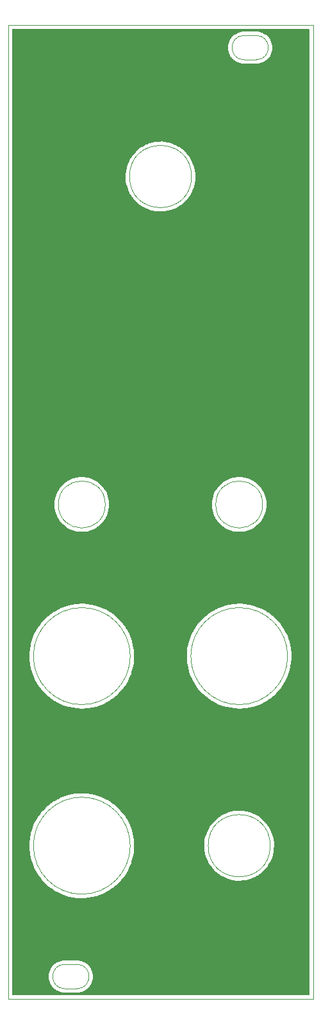
<source format=gbr>
%TF.GenerationSoftware,KiCad,Pcbnew,(6.0.1)*%
%TF.CreationDate,2023-06-21T18:59:19+02:00*%
%TF.ProjectId,front,66726f6e-742e-46b6-9963-61645f706362,rev?*%
%TF.SameCoordinates,Original*%
%TF.FileFunction,Copper,L2,Bot*%
%TF.FilePolarity,Positive*%
%FSLAX46Y46*%
G04 Gerber Fmt 4.6, Leading zero omitted, Abs format (unit mm)*
G04 Created by KiCad (PCBNEW (6.0.1)) date 2023-06-21 18:59:19*
%MOMM*%
%LPD*%
G01*
G04 APERTURE LIST*
%TA.AperFunction,Profile*%
%ADD10C,0.100000*%
%TD*%
G04 APERTURE END LIST*
D10*
X52700000Y-40000000D02*
X93000000Y-40000000D01*
X61800000Y-167103121D02*
G75*
G03*
X61800000Y-163896879I0J1603121D01*
G01*
X60200000Y-163896879D02*
G75*
G03*
X60200000Y-167103121I0J-1603121D01*
G01*
X87350000Y-148250000D02*
G75*
G03*
X87350000Y-148250000I-4100000J0D01*
G01*
X89650000Y-123250000D02*
G75*
G03*
X89650000Y-123250000I-6400000J0D01*
G01*
X83900000Y-41399219D02*
G75*
G03*
X83900000Y-44600781I0J-1600781D01*
G01*
X85500000Y-41399219D02*
X83900000Y-41399219D01*
X93000000Y-168500000D02*
X52700000Y-168500000D01*
X85500000Y-44600781D02*
X83900000Y-44600781D01*
X93000000Y-40000000D02*
X93000000Y-168500000D01*
X52700000Y-168500000D02*
X52700000Y-40000000D01*
X60200000Y-163896879D02*
X61800000Y-163896879D01*
X68850000Y-148250000D02*
G75*
G03*
X68850000Y-148250000I-6400000J0D01*
G01*
X68850000Y-123250000D02*
G75*
G03*
X68850000Y-123250000I-6400000J0D01*
G01*
X76950000Y-60000000D02*
G75*
G03*
X76950000Y-60000000I-4100000J0D01*
G01*
X60200000Y-167103121D02*
X61800000Y-167103121D01*
X85500000Y-44600781D02*
G75*
G03*
X85500000Y-41399219I0J1600781D01*
G01*
X86350000Y-103250000D02*
G75*
G03*
X86350000Y-103250000I-3100000J0D01*
G01*
X65550000Y-103250000D02*
G75*
G03*
X65550000Y-103250000I-3100000J0D01*
G01*
%TA.AperFunction,NonConductor*%
G36*
X92434121Y-40528002D02*
G01*
X92480614Y-40581658D01*
X92492000Y-40634000D01*
X92492000Y-167866000D01*
X92471998Y-167934121D01*
X92418342Y-167980614D01*
X92366000Y-167992000D01*
X53334000Y-167992000D01*
X53265879Y-167971998D01*
X53219386Y-167918342D01*
X53208000Y-167866000D01*
X53208000Y-165500000D01*
X58084349Y-165500000D01*
X58102449Y-165776148D01*
X58103253Y-165780188D01*
X58103253Y-165780191D01*
X58107133Y-165799694D01*
X58156438Y-166047571D01*
X58245393Y-166309625D01*
X58367792Y-166557826D01*
X58521541Y-166787927D01*
X58524255Y-166791021D01*
X58524259Y-166791027D01*
X58701300Y-166992902D01*
X58704009Y-166995991D01*
X58707098Y-166998700D01*
X58908973Y-167175741D01*
X58908979Y-167175745D01*
X58912073Y-167178459D01*
X58915499Y-167180748D01*
X58915504Y-167180752D01*
X59086809Y-167295214D01*
X59142175Y-167332208D01*
X59145874Y-167334032D01*
X59145879Y-167334035D01*
X59273074Y-167396761D01*
X59390375Y-167454607D01*
X59394280Y-167455932D01*
X59394281Y-167455933D01*
X59648522Y-167542236D01*
X59648525Y-167542237D01*
X59652429Y-167543562D01*
X59656468Y-167544365D01*
X59656474Y-167544367D01*
X59919809Y-167596747D01*
X59919812Y-167596747D01*
X59923852Y-167597551D01*
X59927963Y-167597820D01*
X59927967Y-167597821D01*
X60167821Y-167613542D01*
X60180475Y-167615017D01*
X60187461Y-167616192D01*
X60193959Y-167616271D01*
X60195141Y-167616286D01*
X60195145Y-167616286D01*
X60200000Y-167616345D01*
X60227588Y-167612394D01*
X60245451Y-167611121D01*
X61746793Y-167611121D01*
X61767697Y-167612867D01*
X61787461Y-167616192D01*
X61793819Y-167616270D01*
X61795142Y-167616286D01*
X61795146Y-167616286D01*
X61800000Y-167616345D01*
X61804810Y-167615656D01*
X61805485Y-167615612D01*
X61813768Y-167614748D01*
X61878907Y-167610479D01*
X62072033Y-167597821D01*
X62072037Y-167597820D01*
X62076148Y-167597551D01*
X62080188Y-167596747D01*
X62080191Y-167596747D01*
X62343526Y-167544367D01*
X62343532Y-167544365D01*
X62347571Y-167543562D01*
X62351475Y-167542237D01*
X62351478Y-167542236D01*
X62605719Y-167455933D01*
X62605720Y-167455932D01*
X62609625Y-167454607D01*
X62727059Y-167396695D01*
X62854122Y-167334035D01*
X62854127Y-167334032D01*
X62857826Y-167332208D01*
X62911237Y-167296520D01*
X63084496Y-167180752D01*
X63084501Y-167180748D01*
X63087927Y-167178459D01*
X63091021Y-167175745D01*
X63091027Y-167175741D01*
X63292902Y-166998700D01*
X63295991Y-166995991D01*
X63298700Y-166992902D01*
X63475741Y-166791027D01*
X63475745Y-166791021D01*
X63478459Y-166787927D01*
X63632208Y-166557826D01*
X63754607Y-166309625D01*
X63843562Y-166047571D01*
X63892868Y-165799694D01*
X63896747Y-165780191D01*
X63896747Y-165780188D01*
X63897551Y-165776148D01*
X63915651Y-165500000D01*
X63897551Y-165223852D01*
X63896747Y-165219809D01*
X63844367Y-164956474D01*
X63844365Y-164956468D01*
X63843562Y-164952429D01*
X63754607Y-164690375D01*
X63694706Y-164568909D01*
X63634035Y-164445879D01*
X63634032Y-164445874D01*
X63632208Y-164442175D01*
X63478459Y-164212073D01*
X63475745Y-164208979D01*
X63475741Y-164208973D01*
X63298700Y-164007098D01*
X63295991Y-164004009D01*
X63292902Y-164001300D01*
X63091027Y-163824259D01*
X63091021Y-163824255D01*
X63087927Y-163821541D01*
X63084501Y-163819252D01*
X63084496Y-163819248D01*
X62861259Y-163670086D01*
X62857826Y-163667792D01*
X62854127Y-163665968D01*
X62854122Y-163665965D01*
X62727059Y-163603305D01*
X62609625Y-163545393D01*
X62605719Y-163544067D01*
X62351478Y-163457764D01*
X62351475Y-163457763D01*
X62347571Y-163456438D01*
X62343532Y-163455635D01*
X62343526Y-163455633D01*
X62080191Y-163403253D01*
X62080188Y-163403253D01*
X62076148Y-163402449D01*
X62072037Y-163402180D01*
X62072033Y-163402179D01*
X61832179Y-163386458D01*
X61819525Y-163384983D01*
X61812539Y-163383808D01*
X61806041Y-163383729D01*
X61804859Y-163383714D01*
X61804855Y-163383714D01*
X61800000Y-163383655D01*
X61775715Y-163387133D01*
X61772412Y-163387606D01*
X61754549Y-163388879D01*
X60253207Y-163388879D01*
X60232303Y-163387133D01*
X60219523Y-163384983D01*
X60212539Y-163383808D01*
X60206181Y-163383730D01*
X60204858Y-163383714D01*
X60204854Y-163383714D01*
X60200000Y-163383655D01*
X60195190Y-163384344D01*
X60194515Y-163384388D01*
X60186232Y-163385252D01*
X60130890Y-163388879D01*
X59927967Y-163402179D01*
X59927963Y-163402180D01*
X59923852Y-163402449D01*
X59919812Y-163403253D01*
X59919809Y-163403253D01*
X59656474Y-163455633D01*
X59656468Y-163455635D01*
X59652429Y-163456438D01*
X59648525Y-163457763D01*
X59648522Y-163457764D01*
X59394281Y-163544067D01*
X59390375Y-163545393D01*
X59273074Y-163603239D01*
X59145879Y-163665965D01*
X59145874Y-163665968D01*
X59142175Y-163667792D01*
X59138742Y-163670086D01*
X58915504Y-163819248D01*
X58915499Y-163819252D01*
X58912073Y-163821541D01*
X58908979Y-163824255D01*
X58908973Y-163824259D01*
X58707098Y-164001300D01*
X58704009Y-164004009D01*
X58701300Y-164007098D01*
X58524259Y-164208973D01*
X58524255Y-164208979D01*
X58521541Y-164212073D01*
X58367792Y-164442175D01*
X58365968Y-164445874D01*
X58365965Y-164445879D01*
X58305294Y-164568909D01*
X58245393Y-164690375D01*
X58156438Y-164952429D01*
X58155635Y-164956468D01*
X58155633Y-164956474D01*
X58103253Y-165219809D01*
X58102449Y-165223852D01*
X58084349Y-165500000D01*
X53208000Y-165500000D01*
X53208000Y-148322390D01*
X55537545Y-148322390D01*
X55561410Y-148828451D01*
X55561688Y-148830751D01*
X55561689Y-148830759D01*
X55596532Y-149118686D01*
X55622274Y-149331405D01*
X55719811Y-149828552D01*
X55720422Y-149830785D01*
X55720424Y-149830794D01*
X55796532Y-150108998D01*
X55853495Y-150317219D01*
X55869007Y-150361024D01*
X56015910Y-150775866D01*
X56022609Y-150794784D01*
X56023535Y-150796893D01*
X56225313Y-151256556D01*
X56225320Y-151256570D01*
X56226246Y-151258680D01*
X56227328Y-151260723D01*
X56462225Y-151704369D01*
X56462233Y-151704382D01*
X56463310Y-151706417D01*
X56732529Y-152135589D01*
X57032457Y-152543891D01*
X57167107Y-152701546D01*
X57304840Y-152862810D01*
X57361483Y-152929131D01*
X57717839Y-153289239D01*
X58099613Y-153622281D01*
X58504752Y-153926468D01*
X58506703Y-153927721D01*
X58506708Y-153927724D01*
X58834313Y-154138043D01*
X58931081Y-154200167D01*
X58933111Y-154201269D01*
X59374288Y-154440809D01*
X59374297Y-154440813D01*
X59376311Y-154441907D01*
X59378404Y-154442852D01*
X59378406Y-154442853D01*
X59835937Y-154649437D01*
X59835951Y-154649443D01*
X59838049Y-154650390D01*
X60313817Y-154824496D01*
X60316044Y-154825130D01*
X60316049Y-154825132D01*
X60798835Y-154962657D01*
X60798841Y-154962658D01*
X60801058Y-154963290D01*
X60803319Y-154963758D01*
X60803318Y-154963758D01*
X61294903Y-155065561D01*
X61294913Y-155065563D01*
X61297155Y-155066027D01*
X61799445Y-155132155D01*
X62046615Y-155146407D01*
X62302932Y-155161186D01*
X62302944Y-155161186D01*
X62305229Y-155161318D01*
X62307529Y-155161282D01*
X62307535Y-155161282D01*
X62809458Y-155153397D01*
X62809468Y-155153396D01*
X62811790Y-155153360D01*
X62848876Y-155150050D01*
X63314105Y-155108530D01*
X63314117Y-155108528D01*
X63316408Y-155108324D01*
X63816372Y-155026452D01*
X64308998Y-154908183D01*
X64311196Y-154907481D01*
X64311205Y-154907479D01*
X64573719Y-154823700D01*
X64791639Y-154754153D01*
X64793786Y-154753290D01*
X65259564Y-154566048D01*
X65259567Y-154566047D01*
X65261703Y-154565188D01*
X65716665Y-154342304D01*
X66066217Y-154138043D01*
X66152087Y-154087865D01*
X66152091Y-154087862D01*
X66154082Y-154086699D01*
X66385392Y-153927724D01*
X66569701Y-153801052D01*
X66569703Y-153801051D01*
X66571604Y-153799744D01*
X66966988Y-153482981D01*
X67338112Y-153138112D01*
X67682981Y-152766988D01*
X67999744Y-152371604D01*
X68108293Y-152213665D01*
X68285391Y-151955985D01*
X68286699Y-151954082D01*
X68292760Y-151943711D01*
X68541144Y-151518650D01*
X68542304Y-151516665D01*
X68765188Y-151061703D01*
X68954153Y-150591639D01*
X69031168Y-150350318D01*
X69107479Y-150111205D01*
X69107481Y-150111196D01*
X69108183Y-150108998D01*
X69226452Y-149616372D01*
X69308324Y-149116408D01*
X69353360Y-148611790D01*
X69358618Y-148410989D01*
X78639888Y-148410989D01*
X78640117Y-148413834D01*
X78640117Y-148413837D01*
X78668533Y-148767012D01*
X78673452Y-148828152D01*
X78744687Y-149240557D01*
X78853006Y-149644809D01*
X78853991Y-149647486D01*
X78976564Y-149980629D01*
X78997517Y-150037579D01*
X78998742Y-150040159D01*
X78998745Y-150040166D01*
X79148701Y-150355971D01*
X79177032Y-150415636D01*
X79281120Y-150591639D01*
X79356594Y-150719259D01*
X79390071Y-150775866D01*
X79634883Y-151115306D01*
X79909452Y-151431161D01*
X79911509Y-151433134D01*
X79911517Y-151433142D01*
X80118107Y-151631254D01*
X80211517Y-151720831D01*
X80213735Y-151722601D01*
X80213740Y-151722606D01*
X80488427Y-151941886D01*
X80538592Y-151981932D01*
X80540955Y-151983490D01*
X80540959Y-151983493D01*
X80771625Y-152135589D01*
X80887986Y-152212315D01*
X81256822Y-152410083D01*
X81642064Y-152573609D01*
X81644773Y-152574479D01*
X81644779Y-152574481D01*
X82037822Y-152700673D01*
X82037828Y-152700675D01*
X82040542Y-152701546D01*
X82043315Y-152702166D01*
X82043323Y-152702168D01*
X82446192Y-152792219D01*
X82448975Y-152792841D01*
X82864001Y-152846744D01*
X83282204Y-152862810D01*
X83285066Y-152862660D01*
X83285067Y-152862660D01*
X83697285Y-152841056D01*
X83697291Y-152841055D01*
X83700142Y-152840906D01*
X83702961Y-152840500D01*
X83702969Y-152840499D01*
X84111553Y-152781621D01*
X84111560Y-152781620D01*
X84114375Y-152781214D01*
X84521494Y-152684225D01*
X84524192Y-152683317D01*
X84524199Y-152683315D01*
X84915434Y-152551650D01*
X84915440Y-152551648D01*
X84918146Y-152550737D01*
X85301067Y-152381848D01*
X85606914Y-152212315D01*
X85664604Y-152180337D01*
X85664606Y-152180336D01*
X85667106Y-152178950D01*
X85959612Y-151980163D01*
X86010876Y-151945324D01*
X86010880Y-151945321D01*
X86013249Y-151943711D01*
X86336647Y-151678069D01*
X86634639Y-151384210D01*
X86827500Y-151155989D01*
X86902924Y-151066737D01*
X86902929Y-151066731D01*
X86904770Y-151064552D01*
X87006424Y-150919376D01*
X87143184Y-150724062D01*
X87144819Y-150721727D01*
X87352808Y-150358557D01*
X87353992Y-150355971D01*
X87525838Y-149980629D01*
X87525841Y-149980620D01*
X87527027Y-149978031D01*
X87666040Y-149583281D01*
X87729202Y-149333668D01*
X87768001Y-149180336D01*
X87768002Y-149180332D01*
X87768704Y-149177557D01*
X87834174Y-148764197D01*
X87861910Y-148346606D01*
X87862922Y-148250000D01*
X87843937Y-147831919D01*
X87841435Y-147813649D01*
X87787525Y-147420106D01*
X87787138Y-147417279D01*
X87692994Y-147009494D01*
X87627571Y-146810507D01*
X87563173Y-146614641D01*
X87563173Y-146614640D01*
X87562278Y-146611919D01*
X87561147Y-146609305D01*
X87561143Y-146609295D01*
X87458104Y-146371188D01*
X87396067Y-146227828D01*
X87270272Y-145997103D01*
X87197099Y-145862894D01*
X87197095Y-145862887D01*
X87195729Y-145860382D01*
X87008447Y-145580624D01*
X86964504Y-145514982D01*
X86964496Y-145514971D01*
X86962912Y-145512605D01*
X86699534Y-145187360D01*
X86652737Y-145139237D01*
X86409752Y-144889371D01*
X86409748Y-144889367D01*
X86407762Y-144887325D01*
X86405604Y-144885475D01*
X86405594Y-144885466D01*
X86231785Y-144736494D01*
X86089998Y-144614968D01*
X85748858Y-144372532D01*
X85416888Y-144179321D01*
X85389621Y-144163451D01*
X85389616Y-144163448D01*
X85387148Y-144162012D01*
X85384562Y-144160806D01*
X85384556Y-144160803D01*
X85010444Y-143986351D01*
X85010434Y-143986347D01*
X85007848Y-143985141D01*
X84884864Y-143940864D01*
X84616768Y-143844343D01*
X84616759Y-143844340D01*
X84614078Y-143843375D01*
X84345958Y-143773535D01*
X84211849Y-143738602D01*
X84211843Y-143738601D01*
X84209080Y-143737881D01*
X83796188Y-143669528D01*
X83793345Y-143669319D01*
X83793343Y-143669319D01*
X83381646Y-143639086D01*
X83378800Y-143638877D01*
X83205425Y-143641903D01*
X82963203Y-143646131D01*
X82963198Y-143646131D01*
X82960352Y-143646181D01*
X82957519Y-143646489D01*
X82957515Y-143646489D01*
X82663209Y-143678461D01*
X82544288Y-143691380D01*
X82134033Y-143774101D01*
X82131300Y-143774916D01*
X82131295Y-143774917D01*
X81904077Y-143842654D01*
X81732964Y-143893665D01*
X81730303Y-143894729D01*
X81730301Y-143894730D01*
X81501232Y-143986351D01*
X81344381Y-144049087D01*
X81302342Y-144070507D01*
X80974028Y-144237792D01*
X80974023Y-144237795D01*
X80971485Y-144239088D01*
X80617343Y-144462103D01*
X80284871Y-144716297D01*
X79976806Y-144999577D01*
X79695683Y-145309613D01*
X79693959Y-145311901D01*
X79693958Y-145311902D01*
X79669762Y-145344011D01*
X79443816Y-145643851D01*
X79223279Y-145999541D01*
X79035886Y-146373756D01*
X78883181Y-146763413D01*
X78766420Y-147165308D01*
X78686564Y-147576130D01*
X78644271Y-147992500D01*
X78641574Y-148250000D01*
X78639888Y-148410989D01*
X69358618Y-148410989D01*
X69362834Y-148250000D01*
X69344269Y-147743717D01*
X69296336Y-147309541D01*
X69288929Y-147242451D01*
X69288928Y-147242446D01*
X69288675Y-147240152D01*
X69246442Y-147012283D01*
X69196771Y-146744277D01*
X69196770Y-146744271D01*
X69196351Y-146742012D01*
X69161534Y-146609295D01*
X69068375Y-146254196D01*
X69068373Y-146254189D01*
X69067791Y-146251971D01*
X69060424Y-146230452D01*
X68904435Y-145774846D01*
X68904433Y-145774840D01*
X68903687Y-145772662D01*
X68732926Y-145372320D01*
X68705825Y-145308782D01*
X68705825Y-145308781D01*
X68704919Y-145306658D01*
X68643345Y-145187360D01*
X68473618Y-144858521D01*
X68473614Y-144858515D01*
X68472556Y-144856464D01*
X68246143Y-144486991D01*
X68209040Y-144426444D01*
X68209037Y-144426439D01*
X68207846Y-144424496D01*
X67912210Y-144013075D01*
X67587237Y-143624411D01*
X67281984Y-143309414D01*
X67236276Y-143262247D01*
X67236273Y-143262244D01*
X67234671Y-143260591D01*
X66856406Y-142923570D01*
X66559774Y-142695956D01*
X66456317Y-142616570D01*
X66456310Y-142616565D01*
X66454475Y-142615157D01*
X66088617Y-142374833D01*
X66032963Y-142338275D01*
X66032954Y-142338270D01*
X66031035Y-142337009D01*
X65588361Y-142090620D01*
X65128831Y-141877313D01*
X65126691Y-141876504D01*
X65126683Y-141876501D01*
X64657062Y-141699046D01*
X64657061Y-141699046D01*
X64654913Y-141698234D01*
X64652712Y-141697582D01*
X64652706Y-141697580D01*
X64171378Y-141555004D01*
X64171369Y-141555002D01*
X64169152Y-141554345D01*
X63674157Y-141446419D01*
X63172588Y-141375035D01*
X62667137Y-141340577D01*
X62664820Y-141340589D01*
X62664816Y-141340589D01*
X62385395Y-141342052D01*
X62160521Y-141343230D01*
X62044205Y-141352384D01*
X61657756Y-141382798D01*
X61657750Y-141382799D01*
X61655459Y-141382979D01*
X61154664Y-141459611D01*
X61152424Y-141460124D01*
X61152419Y-141460125D01*
X60663069Y-141572201D01*
X60663056Y-141572205D01*
X60660827Y-141572715D01*
X60458899Y-141634836D01*
X60178802Y-141721005D01*
X60178795Y-141721007D01*
X60176599Y-141721683D01*
X59704583Y-141905715D01*
X59431019Y-142036198D01*
X59314552Y-142091750D01*
X59247311Y-142123822D01*
X58807242Y-142374833D01*
X58805346Y-142376107D01*
X58805338Y-142376112D01*
X58793378Y-142384149D01*
X58386738Y-142657400D01*
X57988058Y-142970005D01*
X57986369Y-142971542D01*
X57986357Y-142971552D01*
X57670390Y-143259060D01*
X57613343Y-143310969D01*
X57611748Y-143312650D01*
X57314298Y-143626098D01*
X57264607Y-143678461D01*
X56943721Y-144070507D01*
X56652410Y-144485001D01*
X56651219Y-144486991D01*
X56515026Y-144714553D01*
X56392237Y-144919717D01*
X56164602Y-145372320D01*
X56163718Y-145374455D01*
X56163714Y-145374463D01*
X55971602Y-145838261D01*
X55970725Y-145840379D01*
X55970006Y-145842553D01*
X55842589Y-146227828D01*
X55811649Y-146321381D01*
X55739330Y-146609295D01*
X55706552Y-146739792D01*
X55688228Y-146812741D01*
X55687834Y-146814999D01*
X55687832Y-146815008D01*
X55630074Y-147145949D01*
X55601125Y-147311821D01*
X55550807Y-147815940D01*
X55546108Y-147995370D01*
X55543210Y-148106046D01*
X55539441Y-148250000D01*
X55537545Y-148322390D01*
X53208000Y-148322390D01*
X53208000Y-123322390D01*
X55537545Y-123322390D01*
X55561410Y-123828451D01*
X55561688Y-123830751D01*
X55561689Y-123830759D01*
X55596532Y-124118686D01*
X55622274Y-124331405D01*
X55719811Y-124828552D01*
X55720422Y-124830785D01*
X55720424Y-124830794D01*
X55796532Y-125108998D01*
X55853495Y-125317219D01*
X56022609Y-125794784D01*
X56023535Y-125796893D01*
X56225313Y-126256556D01*
X56225320Y-126256570D01*
X56226246Y-126258680D01*
X56227328Y-126260723D01*
X56462225Y-126704369D01*
X56462233Y-126704382D01*
X56463310Y-126706417D01*
X56732529Y-127135589D01*
X57032457Y-127543891D01*
X57361483Y-127929131D01*
X57717839Y-128289239D01*
X58099613Y-128622281D01*
X58504752Y-128926468D01*
X58506703Y-128927721D01*
X58506708Y-128927724D01*
X58834313Y-129138043D01*
X58931081Y-129200167D01*
X58933111Y-129201269D01*
X59374288Y-129440809D01*
X59374297Y-129440813D01*
X59376311Y-129441907D01*
X59378404Y-129442852D01*
X59378406Y-129442853D01*
X59835937Y-129649437D01*
X59835951Y-129649443D01*
X59838049Y-129650390D01*
X60313817Y-129824496D01*
X60316044Y-129825130D01*
X60316049Y-129825132D01*
X60798835Y-129962657D01*
X60798841Y-129962658D01*
X60801058Y-129963290D01*
X60803319Y-129963758D01*
X60803318Y-129963758D01*
X61294903Y-130065561D01*
X61294913Y-130065563D01*
X61297155Y-130066027D01*
X61799445Y-130132155D01*
X62046615Y-130146407D01*
X62302932Y-130161186D01*
X62302944Y-130161186D01*
X62305229Y-130161318D01*
X62307529Y-130161282D01*
X62307535Y-130161282D01*
X62809458Y-130153397D01*
X62809468Y-130153396D01*
X62811790Y-130153360D01*
X62848876Y-130150050D01*
X63314105Y-130108530D01*
X63314117Y-130108528D01*
X63316408Y-130108324D01*
X63816372Y-130026452D01*
X64308998Y-129908183D01*
X64311196Y-129907481D01*
X64311205Y-129907479D01*
X64573719Y-129823700D01*
X64791639Y-129754153D01*
X64793786Y-129753290D01*
X65259564Y-129566048D01*
X65259567Y-129566047D01*
X65261703Y-129565188D01*
X65716665Y-129342304D01*
X66066217Y-129138043D01*
X66152087Y-129087865D01*
X66152091Y-129087862D01*
X66154082Y-129086699D01*
X66385392Y-128927724D01*
X66569701Y-128801052D01*
X66569703Y-128801051D01*
X66571604Y-128799744D01*
X66966988Y-128482981D01*
X67338112Y-128138112D01*
X67682981Y-127766988D01*
X67999744Y-127371604D01*
X68286699Y-126954082D01*
X68542304Y-126516665D01*
X68765188Y-126061703D01*
X68954153Y-125591639D01*
X69031168Y-125350318D01*
X69107479Y-125111205D01*
X69107481Y-125111196D01*
X69108183Y-125108998D01*
X69226452Y-124616372D01*
X69308324Y-124116408D01*
X69353360Y-123611790D01*
X69360938Y-123322390D01*
X76337545Y-123322390D01*
X76361410Y-123828451D01*
X76361688Y-123830751D01*
X76361689Y-123830759D01*
X76396532Y-124118686D01*
X76422274Y-124331405D01*
X76519811Y-124828552D01*
X76520422Y-124830785D01*
X76520424Y-124830794D01*
X76596532Y-125108998D01*
X76653495Y-125317219D01*
X76822609Y-125794784D01*
X76823535Y-125796893D01*
X77025313Y-126256556D01*
X77025320Y-126256570D01*
X77026246Y-126258680D01*
X77027328Y-126260723D01*
X77262225Y-126704369D01*
X77262233Y-126704382D01*
X77263310Y-126706417D01*
X77532529Y-127135589D01*
X77832457Y-127543891D01*
X78161483Y-127929131D01*
X78517839Y-128289239D01*
X78899613Y-128622281D01*
X79304752Y-128926468D01*
X79306703Y-128927721D01*
X79306708Y-128927724D01*
X79634313Y-129138043D01*
X79731081Y-129200167D01*
X79733111Y-129201269D01*
X80174288Y-129440809D01*
X80174297Y-129440813D01*
X80176311Y-129441907D01*
X80178404Y-129442852D01*
X80178406Y-129442853D01*
X80635937Y-129649437D01*
X80635951Y-129649443D01*
X80638049Y-129650390D01*
X81113817Y-129824496D01*
X81116044Y-129825130D01*
X81116049Y-129825132D01*
X81598835Y-129962657D01*
X81598841Y-129962658D01*
X81601058Y-129963290D01*
X81603319Y-129963758D01*
X81603318Y-129963758D01*
X82094903Y-130065561D01*
X82094913Y-130065563D01*
X82097155Y-130066027D01*
X82599445Y-130132155D01*
X82846615Y-130146407D01*
X83102932Y-130161186D01*
X83102944Y-130161186D01*
X83105229Y-130161318D01*
X83107529Y-130161282D01*
X83107535Y-130161282D01*
X83609458Y-130153397D01*
X83609468Y-130153396D01*
X83611790Y-130153360D01*
X83648876Y-130150050D01*
X84114105Y-130108530D01*
X84114117Y-130108528D01*
X84116408Y-130108324D01*
X84616372Y-130026452D01*
X85108998Y-129908183D01*
X85111196Y-129907481D01*
X85111205Y-129907479D01*
X85373719Y-129823700D01*
X85591639Y-129754153D01*
X85593786Y-129753290D01*
X86059564Y-129566048D01*
X86059567Y-129566047D01*
X86061703Y-129565188D01*
X86516665Y-129342304D01*
X86866217Y-129138043D01*
X86952087Y-129087865D01*
X86952091Y-129087862D01*
X86954082Y-129086699D01*
X87185392Y-128927724D01*
X87369701Y-128801052D01*
X87369703Y-128801051D01*
X87371604Y-128799744D01*
X87766988Y-128482981D01*
X88138112Y-128138112D01*
X88482981Y-127766988D01*
X88799744Y-127371604D01*
X89086699Y-126954082D01*
X89342304Y-126516665D01*
X89565188Y-126061703D01*
X89754153Y-125591639D01*
X89831168Y-125350318D01*
X89907479Y-125111205D01*
X89907481Y-125111196D01*
X89908183Y-125108998D01*
X90026452Y-124616372D01*
X90108324Y-124116408D01*
X90153360Y-123611790D01*
X90162834Y-123250000D01*
X90144269Y-122743717D01*
X90096336Y-122309541D01*
X90088929Y-122242451D01*
X90088928Y-122242446D01*
X90088675Y-122240152D01*
X89996351Y-121742012D01*
X89886001Y-121321381D01*
X89868375Y-121254196D01*
X89868373Y-121254189D01*
X89867791Y-121251971D01*
X89855306Y-121215503D01*
X89704435Y-120774846D01*
X89704433Y-120774840D01*
X89703687Y-120772662D01*
X89532926Y-120372320D01*
X89505825Y-120308782D01*
X89505825Y-120308781D01*
X89504919Y-120306658D01*
X89503863Y-120304612D01*
X89273618Y-119858521D01*
X89273614Y-119858515D01*
X89272556Y-119856464D01*
X89046143Y-119486991D01*
X89009040Y-119426444D01*
X89009037Y-119426439D01*
X89007846Y-119424496D01*
X88712210Y-119013075D01*
X88387237Y-118624411D01*
X88081984Y-118309414D01*
X88036276Y-118262247D01*
X88036273Y-118262244D01*
X88034671Y-118260591D01*
X87656406Y-117923570D01*
X87359774Y-117695956D01*
X87256317Y-117616570D01*
X87256310Y-117616565D01*
X87254475Y-117615157D01*
X86888617Y-117374833D01*
X86832963Y-117338275D01*
X86832954Y-117338270D01*
X86831035Y-117337009D01*
X86388361Y-117090620D01*
X85928831Y-116877313D01*
X85926691Y-116876504D01*
X85926683Y-116876501D01*
X85457062Y-116699046D01*
X85457061Y-116699046D01*
X85454913Y-116698234D01*
X85452712Y-116697582D01*
X85452706Y-116697580D01*
X84971378Y-116555004D01*
X84971369Y-116555002D01*
X84969152Y-116554345D01*
X84474157Y-116446419D01*
X83972588Y-116375035D01*
X83467137Y-116340577D01*
X83464820Y-116340589D01*
X83464816Y-116340589D01*
X83185395Y-116342052D01*
X82960521Y-116343230D01*
X82844205Y-116352384D01*
X82457756Y-116382798D01*
X82457750Y-116382799D01*
X82455459Y-116382979D01*
X81954664Y-116459611D01*
X81952424Y-116460124D01*
X81952419Y-116460125D01*
X81463069Y-116572201D01*
X81463056Y-116572205D01*
X81460827Y-116572715D01*
X81258899Y-116634836D01*
X80978802Y-116721005D01*
X80978795Y-116721007D01*
X80976599Y-116721683D01*
X80504583Y-116905715D01*
X80231019Y-117036198D01*
X80114552Y-117091750D01*
X80047311Y-117123822D01*
X79607242Y-117374833D01*
X79605346Y-117376107D01*
X79605338Y-117376112D01*
X79593378Y-117384149D01*
X79186738Y-117657400D01*
X78788058Y-117970005D01*
X78786369Y-117971542D01*
X78786357Y-117971552D01*
X78470390Y-118259060D01*
X78413343Y-118310969D01*
X78411748Y-118312650D01*
X78114298Y-118626098D01*
X78064607Y-118678461D01*
X77743721Y-119070507D01*
X77452410Y-119485001D01*
X77192237Y-119919717D01*
X76964602Y-120372320D01*
X76963718Y-120374455D01*
X76963714Y-120374463D01*
X76771602Y-120838261D01*
X76770725Y-120840379D01*
X76611649Y-121321381D01*
X76522718Y-121675431D01*
X76506552Y-121739792D01*
X76488228Y-121812741D01*
X76401125Y-122311821D01*
X76350807Y-122815940D01*
X76350747Y-122818240D01*
X76343210Y-123106046D01*
X76339441Y-123250000D01*
X76337545Y-123322390D01*
X69360938Y-123322390D01*
X69362834Y-123250000D01*
X69344269Y-122743717D01*
X69296336Y-122309541D01*
X69288929Y-122242451D01*
X69288928Y-122242446D01*
X69288675Y-122240152D01*
X69196351Y-121742012D01*
X69086001Y-121321381D01*
X69068375Y-121254196D01*
X69068373Y-121254189D01*
X69067791Y-121251971D01*
X69055306Y-121215503D01*
X68904435Y-120774846D01*
X68904433Y-120774840D01*
X68903687Y-120772662D01*
X68732926Y-120372320D01*
X68705825Y-120308782D01*
X68705825Y-120308781D01*
X68704919Y-120306658D01*
X68703863Y-120304612D01*
X68473618Y-119858521D01*
X68473614Y-119858515D01*
X68472556Y-119856464D01*
X68246143Y-119486991D01*
X68209040Y-119426444D01*
X68209037Y-119426439D01*
X68207846Y-119424496D01*
X67912210Y-119013075D01*
X67587237Y-118624411D01*
X67281984Y-118309414D01*
X67236276Y-118262247D01*
X67236273Y-118262244D01*
X67234671Y-118260591D01*
X66856406Y-117923570D01*
X66559774Y-117695956D01*
X66456317Y-117616570D01*
X66456310Y-117616565D01*
X66454475Y-117615157D01*
X66088617Y-117374833D01*
X66032963Y-117338275D01*
X66032954Y-117338270D01*
X66031035Y-117337009D01*
X65588361Y-117090620D01*
X65128831Y-116877313D01*
X65126691Y-116876504D01*
X65126683Y-116876501D01*
X64657062Y-116699046D01*
X64657061Y-116699046D01*
X64654913Y-116698234D01*
X64652712Y-116697582D01*
X64652706Y-116697580D01*
X64171378Y-116555004D01*
X64171369Y-116555002D01*
X64169152Y-116554345D01*
X63674157Y-116446419D01*
X63172588Y-116375035D01*
X62667137Y-116340577D01*
X62664820Y-116340589D01*
X62664816Y-116340589D01*
X62385395Y-116342052D01*
X62160521Y-116343230D01*
X62044205Y-116352384D01*
X61657756Y-116382798D01*
X61657750Y-116382799D01*
X61655459Y-116382979D01*
X61154664Y-116459611D01*
X61152424Y-116460124D01*
X61152419Y-116460125D01*
X60663069Y-116572201D01*
X60663056Y-116572205D01*
X60660827Y-116572715D01*
X60458899Y-116634836D01*
X60178802Y-116721005D01*
X60178795Y-116721007D01*
X60176599Y-116721683D01*
X59704583Y-116905715D01*
X59431019Y-117036198D01*
X59314552Y-117091750D01*
X59247311Y-117123822D01*
X58807242Y-117374833D01*
X58805346Y-117376107D01*
X58805338Y-117376112D01*
X58793378Y-117384149D01*
X58386738Y-117657400D01*
X57988058Y-117970005D01*
X57986369Y-117971542D01*
X57986357Y-117971552D01*
X57670390Y-118259060D01*
X57613343Y-118310969D01*
X57611748Y-118312650D01*
X57314298Y-118626098D01*
X57264607Y-118678461D01*
X56943721Y-119070507D01*
X56652410Y-119485001D01*
X56392237Y-119919717D01*
X56164602Y-120372320D01*
X56163718Y-120374455D01*
X56163714Y-120374463D01*
X55971602Y-120838261D01*
X55970725Y-120840379D01*
X55811649Y-121321381D01*
X55722718Y-121675431D01*
X55706552Y-121739792D01*
X55688228Y-121812741D01*
X55601125Y-122311821D01*
X55550807Y-122815940D01*
X55550747Y-122818240D01*
X55543210Y-123106046D01*
X55539441Y-123250000D01*
X55537545Y-123322390D01*
X53208000Y-123322390D01*
X53208000Y-103250000D01*
X58837049Y-103250000D01*
X58856841Y-103627656D01*
X58916001Y-104001175D01*
X59013879Y-104366463D01*
X59149405Y-104719520D01*
X59150903Y-104722460D01*
X59263614Y-104943666D01*
X59321093Y-105056475D01*
X59527061Y-105373639D01*
X59765054Y-105667536D01*
X60032464Y-105934946D01*
X60326361Y-106172939D01*
X60476775Y-106270619D01*
X60640773Y-106377121D01*
X60640780Y-106377125D01*
X60643524Y-106378907D01*
X60980480Y-106550595D01*
X61333537Y-106686121D01*
X61698825Y-106783999D01*
X61897218Y-106815422D01*
X62069096Y-106842645D01*
X62069104Y-106842646D01*
X62072344Y-106843159D01*
X62450000Y-106862951D01*
X62827656Y-106843159D01*
X62830896Y-106842646D01*
X62830904Y-106842645D01*
X63002782Y-106815422D01*
X63201175Y-106783999D01*
X63566463Y-106686121D01*
X63919520Y-106550595D01*
X64256476Y-106378907D01*
X64259220Y-106377125D01*
X64259227Y-106377121D01*
X64423225Y-106270619D01*
X64573639Y-106172939D01*
X64867536Y-105934946D01*
X65134946Y-105667536D01*
X65372939Y-105373639D01*
X65578907Y-105056475D01*
X65636387Y-104943666D01*
X65749097Y-104722460D01*
X65750595Y-104719520D01*
X65886121Y-104366463D01*
X65983999Y-104001175D01*
X66043159Y-103627656D01*
X66062951Y-103250000D01*
X79637049Y-103250000D01*
X79656841Y-103627656D01*
X79716001Y-104001175D01*
X79813879Y-104366463D01*
X79949405Y-104719520D01*
X79950903Y-104722460D01*
X80063614Y-104943666D01*
X80121093Y-105056475D01*
X80327061Y-105373639D01*
X80565054Y-105667536D01*
X80832464Y-105934946D01*
X81126361Y-106172939D01*
X81276775Y-106270619D01*
X81440773Y-106377121D01*
X81440780Y-106377125D01*
X81443524Y-106378907D01*
X81780480Y-106550595D01*
X82133537Y-106686121D01*
X82498825Y-106783999D01*
X82697218Y-106815422D01*
X82869096Y-106842645D01*
X82869104Y-106842646D01*
X82872344Y-106843159D01*
X83250000Y-106862951D01*
X83627656Y-106843159D01*
X83630896Y-106842646D01*
X83630904Y-106842645D01*
X83802782Y-106815422D01*
X84001175Y-106783999D01*
X84366463Y-106686121D01*
X84719520Y-106550595D01*
X85056476Y-106378907D01*
X85059220Y-106377125D01*
X85059227Y-106377121D01*
X85223225Y-106270619D01*
X85373639Y-106172939D01*
X85667536Y-105934946D01*
X85934946Y-105667536D01*
X86172939Y-105373639D01*
X86378907Y-105056475D01*
X86436387Y-104943666D01*
X86549097Y-104722460D01*
X86550595Y-104719520D01*
X86686121Y-104366463D01*
X86783999Y-104001175D01*
X86843159Y-103627656D01*
X86862951Y-103250000D01*
X86843159Y-102872344D01*
X86783999Y-102498825D01*
X86686121Y-102133537D01*
X86550595Y-101780480D01*
X86539949Y-101759586D01*
X86380406Y-101446466D01*
X86380402Y-101446459D01*
X86378907Y-101443525D01*
X86295257Y-101314714D01*
X86174741Y-101129136D01*
X86172939Y-101126361D01*
X85934946Y-100832464D01*
X85667536Y-100565054D01*
X85373639Y-100327061D01*
X85059245Y-100122891D01*
X85059227Y-100122879D01*
X85059220Y-100122875D01*
X85056476Y-100121093D01*
X84719520Y-99949405D01*
X84366463Y-99813879D01*
X84001175Y-99716001D01*
X83802782Y-99684578D01*
X83630904Y-99657355D01*
X83630896Y-99657354D01*
X83627656Y-99656841D01*
X83250000Y-99637049D01*
X82872344Y-99656841D01*
X82869104Y-99657354D01*
X82869096Y-99657355D01*
X82697218Y-99684578D01*
X82498825Y-99716001D01*
X82133537Y-99813879D01*
X81780480Y-99949405D01*
X81777540Y-99950903D01*
X81446466Y-100119594D01*
X81446459Y-100119598D01*
X81443525Y-100121093D01*
X81126361Y-100327061D01*
X80832464Y-100565054D01*
X80565054Y-100832464D01*
X80327061Y-101126361D01*
X80325259Y-101129136D01*
X80204744Y-101314714D01*
X80121093Y-101443525D01*
X80119598Y-101446459D01*
X80119594Y-101446466D01*
X79960051Y-101759586D01*
X79949405Y-101780480D01*
X79813879Y-102133537D01*
X79716001Y-102498825D01*
X79656841Y-102872344D01*
X79638471Y-103222857D01*
X79637049Y-103250000D01*
X66062951Y-103250000D01*
X66043159Y-102872344D01*
X65983999Y-102498825D01*
X65886121Y-102133537D01*
X65750595Y-101780480D01*
X65739949Y-101759586D01*
X65580406Y-101446466D01*
X65580402Y-101446459D01*
X65578907Y-101443525D01*
X65495257Y-101314714D01*
X65374741Y-101129136D01*
X65372939Y-101126361D01*
X65134946Y-100832464D01*
X64867536Y-100565054D01*
X64573639Y-100327061D01*
X64259245Y-100122891D01*
X64259227Y-100122879D01*
X64259220Y-100122875D01*
X64256476Y-100121093D01*
X63919520Y-99949405D01*
X63566463Y-99813879D01*
X63201175Y-99716001D01*
X63002782Y-99684578D01*
X62830904Y-99657355D01*
X62830896Y-99657354D01*
X62827656Y-99656841D01*
X62450000Y-99637049D01*
X62072344Y-99656841D01*
X62069104Y-99657354D01*
X62069096Y-99657355D01*
X61897218Y-99684578D01*
X61698825Y-99716001D01*
X61333537Y-99813879D01*
X60980480Y-99949405D01*
X60977540Y-99950903D01*
X60646466Y-100119594D01*
X60646459Y-100119598D01*
X60643525Y-100121093D01*
X60326361Y-100327061D01*
X60032464Y-100565054D01*
X59765054Y-100832464D01*
X59527061Y-101126361D01*
X59525259Y-101129136D01*
X59404744Y-101314714D01*
X59321093Y-101443525D01*
X59319598Y-101446459D01*
X59319594Y-101446466D01*
X59160051Y-101759586D01*
X59149405Y-101780480D01*
X59013879Y-102133537D01*
X58916001Y-102498825D01*
X58856841Y-102872344D01*
X58838471Y-103222857D01*
X58837049Y-103250000D01*
X53208000Y-103250000D01*
X53208000Y-60160989D01*
X68239888Y-60160989D01*
X68240117Y-60163834D01*
X68240117Y-60163837D01*
X68268533Y-60517012D01*
X68273452Y-60578152D01*
X68344687Y-60990557D01*
X68453006Y-61394809D01*
X68453991Y-61397486D01*
X68576564Y-61730629D01*
X68597517Y-61787579D01*
X68598742Y-61790159D01*
X68598745Y-61790166D01*
X68748701Y-62105971D01*
X68777032Y-62165636D01*
X68896925Y-62368365D01*
X68956594Y-62469259D01*
X68990071Y-62525866D01*
X69234883Y-62865306D01*
X69509452Y-63181161D01*
X69511509Y-63183134D01*
X69511517Y-63183142D01*
X69718107Y-63381254D01*
X69811517Y-63470831D01*
X69813735Y-63472601D01*
X69813740Y-63472606D01*
X70088427Y-63691886D01*
X70138592Y-63731932D01*
X70487986Y-63962315D01*
X70856822Y-64160083D01*
X71242064Y-64323609D01*
X71244773Y-64324479D01*
X71244779Y-64324481D01*
X71637822Y-64450673D01*
X71637828Y-64450675D01*
X71640542Y-64451546D01*
X71643315Y-64452166D01*
X71643323Y-64452168D01*
X71994001Y-64530553D01*
X72048975Y-64542841D01*
X72464001Y-64596744D01*
X72882204Y-64612810D01*
X72885066Y-64612660D01*
X72885067Y-64612660D01*
X73297285Y-64591056D01*
X73297291Y-64591055D01*
X73300142Y-64590906D01*
X73302961Y-64590500D01*
X73302969Y-64590499D01*
X73711553Y-64531621D01*
X73711560Y-64531620D01*
X73714375Y-64531214D01*
X74121494Y-64434225D01*
X74124192Y-64433317D01*
X74124199Y-64433315D01*
X74515434Y-64301650D01*
X74515440Y-64301648D01*
X74518146Y-64300737D01*
X74901067Y-64131848D01*
X75206914Y-63962315D01*
X75264604Y-63930337D01*
X75264606Y-63930336D01*
X75267106Y-63928950D01*
X75613249Y-63693711D01*
X75936647Y-63428069D01*
X76234639Y-63134210D01*
X76427500Y-62905989D01*
X76502924Y-62816737D01*
X76502929Y-62816731D01*
X76504770Y-62814552D01*
X76606424Y-62669376D01*
X76743184Y-62474062D01*
X76744819Y-62471727D01*
X76952808Y-62108557D01*
X76953992Y-62105971D01*
X77125838Y-61730629D01*
X77125841Y-61730620D01*
X77127027Y-61728031D01*
X77266040Y-61333281D01*
X77368704Y-60927557D01*
X77434174Y-60514197D01*
X77461910Y-60096606D01*
X77462922Y-60000000D01*
X77443937Y-59581919D01*
X77387138Y-59167279D01*
X77292994Y-58759494D01*
X77162278Y-58361919D01*
X77161147Y-58359305D01*
X77161143Y-58359295D01*
X77058104Y-58121188D01*
X76996067Y-57977828D01*
X76795729Y-57610382D01*
X76608447Y-57330624D01*
X76564504Y-57264982D01*
X76564496Y-57264971D01*
X76562912Y-57262605D01*
X76299534Y-56937360D01*
X76252737Y-56889237D01*
X76009752Y-56639371D01*
X76009748Y-56639367D01*
X76007762Y-56637325D01*
X76005604Y-56635475D01*
X76005594Y-56635466D01*
X75831785Y-56486494D01*
X75689998Y-56364968D01*
X75348858Y-56122532D01*
X75117351Y-55987792D01*
X74989621Y-55913451D01*
X74989616Y-55913448D01*
X74987148Y-55912012D01*
X74984562Y-55910806D01*
X74984556Y-55910803D01*
X74610444Y-55736351D01*
X74610434Y-55736347D01*
X74607848Y-55735141D01*
X74605151Y-55734170D01*
X74216768Y-55594343D01*
X74216759Y-55594340D01*
X74214078Y-55593375D01*
X73945958Y-55523535D01*
X73811849Y-55488602D01*
X73811843Y-55488601D01*
X73809080Y-55487881D01*
X73396188Y-55419528D01*
X73393345Y-55419319D01*
X73393343Y-55419319D01*
X72981646Y-55389086D01*
X72978800Y-55388877D01*
X72805425Y-55391903D01*
X72563203Y-55396131D01*
X72563198Y-55396131D01*
X72560352Y-55396181D01*
X72557519Y-55396489D01*
X72557515Y-55396489D01*
X72341140Y-55419995D01*
X72144288Y-55441380D01*
X71734033Y-55524101D01*
X71731300Y-55524916D01*
X71731295Y-55524917D01*
X71504077Y-55592654D01*
X71332964Y-55643665D01*
X71330303Y-55644729D01*
X71330301Y-55644730D01*
X71101232Y-55736351D01*
X70944381Y-55799087D01*
X70941834Y-55800385D01*
X70574028Y-55987792D01*
X70574023Y-55987795D01*
X70571485Y-55989088D01*
X70217343Y-56212103D01*
X69884871Y-56466297D01*
X69576806Y-56749577D01*
X69295683Y-57059613D01*
X69043816Y-57393851D01*
X68823279Y-57749541D01*
X68635886Y-58123756D01*
X68483181Y-58513413D01*
X68366420Y-58915308D01*
X68286564Y-59326130D01*
X68244271Y-59742500D01*
X68241574Y-60000000D01*
X68239888Y-60160989D01*
X53208000Y-60160989D01*
X53208000Y-43000000D01*
X81786694Y-43000000D01*
X81804774Y-43275842D01*
X81858703Y-43546964D01*
X81947560Y-43808727D01*
X81949381Y-43812420D01*
X81949382Y-43812422D01*
X82051249Y-44018988D01*
X82069823Y-44056653D01*
X82223402Y-44286499D01*
X82405667Y-44494333D01*
X82613501Y-44676598D01*
X82843347Y-44830177D01*
X82847046Y-44832001D01*
X82847051Y-44832004D01*
X83087578Y-44950618D01*
X83091273Y-44952440D01*
X83095171Y-44953763D01*
X83095173Y-44953764D01*
X83349126Y-45039970D01*
X83349130Y-45039971D01*
X83353036Y-45041297D01*
X83357080Y-45042101D01*
X83357086Y-45042103D01*
X83620115Y-45094422D01*
X83620118Y-45094422D01*
X83624158Y-45095226D01*
X83628269Y-45095495D01*
X83628273Y-45095496D01*
X83763441Y-45104355D01*
X83867771Y-45111194D01*
X83880436Y-45112670D01*
X83887461Y-45113852D01*
X83893760Y-45113929D01*
X83895141Y-45113946D01*
X83895145Y-45113946D01*
X83900000Y-45114005D01*
X83927588Y-45110054D01*
X83945451Y-45108781D01*
X85446793Y-45108781D01*
X85467697Y-45110527D01*
X85487461Y-45113852D01*
X85493789Y-45113929D01*
X85495141Y-45113946D01*
X85495145Y-45113946D01*
X85500000Y-45114005D01*
X85504809Y-45113316D01*
X85505412Y-45113277D01*
X85513822Y-45112400D01*
X85656930Y-45103020D01*
X85771727Y-45095496D01*
X85771731Y-45095495D01*
X85775842Y-45095226D01*
X85779882Y-45094422D01*
X85779885Y-45094422D01*
X86042914Y-45042103D01*
X86042920Y-45042101D01*
X86046964Y-45041297D01*
X86050870Y-45039971D01*
X86050874Y-45039970D01*
X86304827Y-44953764D01*
X86304829Y-44953763D01*
X86308727Y-44952440D01*
X86312422Y-44950618D01*
X86552949Y-44832004D01*
X86552954Y-44832001D01*
X86556653Y-44830177D01*
X86786499Y-44676598D01*
X86994333Y-44494333D01*
X87176598Y-44286499D01*
X87330177Y-44056653D01*
X87348752Y-44018988D01*
X87450618Y-43812422D01*
X87450619Y-43812420D01*
X87452440Y-43808727D01*
X87541297Y-43546964D01*
X87595226Y-43275842D01*
X87613306Y-43000000D01*
X87595226Y-42724158D01*
X87541297Y-42453036D01*
X87452440Y-42191273D01*
X87450618Y-42187578D01*
X87332004Y-41947051D01*
X87332001Y-41947046D01*
X87330177Y-41943347D01*
X87176598Y-41713501D01*
X86994333Y-41505667D01*
X86786499Y-41323402D01*
X86556653Y-41169823D01*
X86552954Y-41167999D01*
X86552949Y-41167996D01*
X86312422Y-41049382D01*
X86312420Y-41049381D01*
X86308727Y-41047560D01*
X86304827Y-41046236D01*
X86050874Y-40960030D01*
X86050870Y-40960029D01*
X86046964Y-40958703D01*
X86042920Y-40957899D01*
X86042914Y-40957897D01*
X85779885Y-40905578D01*
X85779882Y-40905578D01*
X85775842Y-40904774D01*
X85771731Y-40904505D01*
X85771727Y-40904504D01*
X85636559Y-40895645D01*
X85532229Y-40888806D01*
X85519565Y-40887330D01*
X85519075Y-40887248D01*
X85512539Y-40886148D01*
X85506240Y-40886071D01*
X85504859Y-40886054D01*
X85504855Y-40886054D01*
X85500000Y-40885995D01*
X85475715Y-40889473D01*
X85472412Y-40889946D01*
X85454549Y-40891219D01*
X83953207Y-40891219D01*
X83932303Y-40889473D01*
X83925859Y-40888389D01*
X83912539Y-40886148D01*
X83906211Y-40886071D01*
X83904859Y-40886054D01*
X83904855Y-40886054D01*
X83900000Y-40885995D01*
X83895191Y-40886684D01*
X83894588Y-40886723D01*
X83886178Y-40887600D01*
X83743070Y-40896980D01*
X83628273Y-40904504D01*
X83628269Y-40904505D01*
X83624158Y-40904774D01*
X83620118Y-40905578D01*
X83620115Y-40905578D01*
X83357086Y-40957897D01*
X83357080Y-40957899D01*
X83353036Y-40958703D01*
X83349130Y-40960029D01*
X83349126Y-40960030D01*
X83095173Y-41046236D01*
X83091273Y-41047560D01*
X83087580Y-41049381D01*
X83087578Y-41049382D01*
X82847051Y-41167996D01*
X82847046Y-41167999D01*
X82843347Y-41169823D01*
X82613501Y-41323402D01*
X82405667Y-41505667D01*
X82223402Y-41713501D01*
X82069823Y-41943347D01*
X82067999Y-41947046D01*
X82067996Y-41947051D01*
X81949382Y-42187578D01*
X81947560Y-42191273D01*
X81858703Y-42453036D01*
X81804774Y-42724158D01*
X81786694Y-43000000D01*
X53208000Y-43000000D01*
X53208000Y-40634000D01*
X53228002Y-40565879D01*
X53281658Y-40519386D01*
X53334000Y-40508000D01*
X92366000Y-40508000D01*
X92434121Y-40528002D01*
G37*
%TD.AperFunction*%
M02*

</source>
